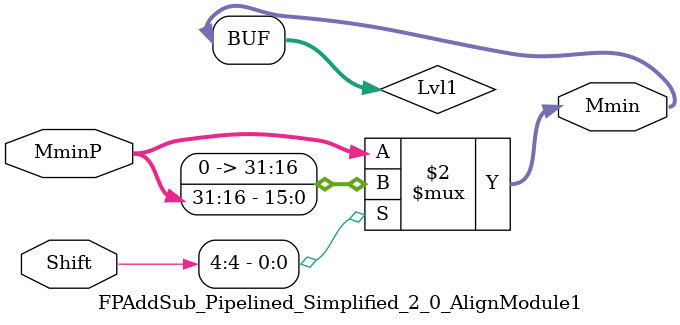
<source format=v>
`timescale 1ns / 1ps

module FPAddSub_Pipelined_Simplified_2_0_AlignModule1(
		MminP,
		Shift,
		Mmin
	);
	
	// Input ports
	input [31:0] MminP ;						// Smaller mantissa after 16|12|8|4 shift
	input [4:0] Shift ;						// Shift amount
	// Output ports
	output [31:0] Mmin ;						// The smaller mantissa
	
	reg	  [31:0]		Lvl1 = 0;

	always @(*) begin
		Lvl1 <= Shift[4] ? {16'b0, MminP[31:16]} : MminP; // rotate by 16?
	end
	
	// Assign outputs
	assign Mmin = Lvl1;						// Take out smaller mantissa				

endmodule

</source>
